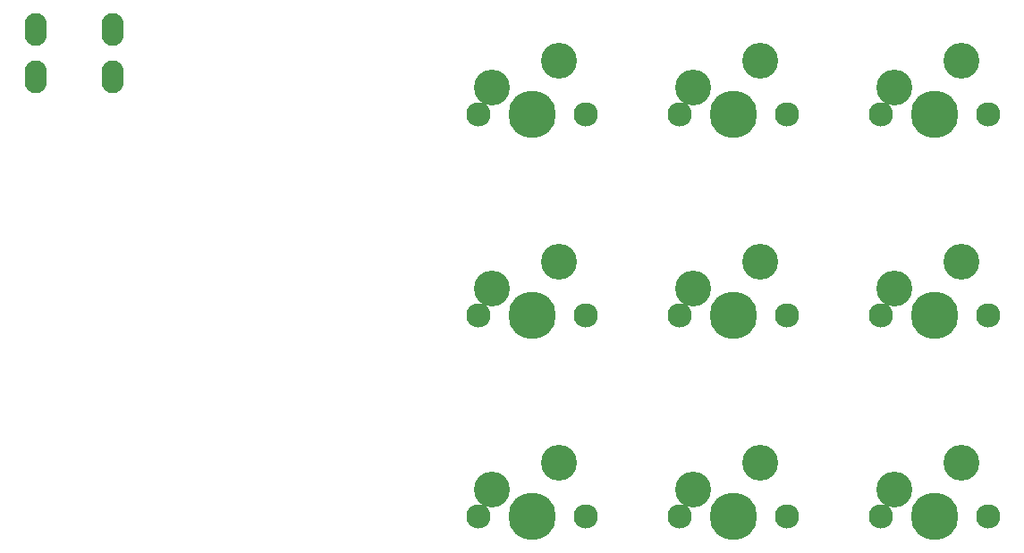
<source format=gbr>
%TF.GenerationSoftware,KiCad,Pcbnew,(5.1.9)-1*%
%TF.CreationDate,2021-06-16T12:24:14-05:00*%
%TF.ProjectId,practice-pcb-ai03-tutorial,70726163-7469-4636-952d-7063622d6169,rev?*%
%TF.SameCoordinates,Original*%
%TF.FileFunction,Soldermask,Top*%
%TF.FilePolarity,Negative*%
%FSLAX46Y46*%
G04 Gerber Fmt 4.6, Leading zero omitted, Abs format (unit mm)*
G04 Created by KiCad (PCBNEW (5.1.9)-1) date 2021-06-16 12:24:14*
%MOMM*%
%LPD*%
G01*
G04 APERTURE LIST*
%ADD10C,3.400000*%
%ADD11C,2.300000*%
%ADD12C,4.500000*%
%ADD13O,2.100000X3.100000*%
G04 APERTURE END LIST*
D10*
%TO.C,SW1*%
X2540000Y5080000D03*
X-3810000Y2540000D03*
D11*
X-5080000Y0D03*
X5080000Y0D03*
D12*
X0Y0D03*
%TD*%
%TO.C,SW2*%
X19050000Y0D03*
D11*
X24130000Y0D03*
X13970000Y0D03*
D10*
X15240000Y2540000D03*
X21590000Y5080000D03*
%TD*%
D12*
%TO.C,SW3*%
X38100000Y0D03*
D11*
X43180000Y0D03*
X33020000Y0D03*
D10*
X34290000Y2540000D03*
X40640000Y5080000D03*
%TD*%
D12*
%TO.C,SW4*%
X0Y-19050000D03*
D11*
X5080000Y-19050000D03*
X-5080000Y-19050000D03*
D10*
X-3810000Y-16510000D03*
X2540000Y-13970000D03*
%TD*%
D12*
%TO.C,SW5*%
X19050000Y-19050000D03*
D11*
X24130000Y-19050000D03*
X13970000Y-19050000D03*
D10*
X15240000Y-16510000D03*
X21590000Y-13970000D03*
%TD*%
D12*
%TO.C,SW6*%
X38100000Y-19050000D03*
D11*
X43180000Y-19050000D03*
X33020000Y-19050000D03*
D10*
X34290000Y-16510000D03*
X40640000Y-13970000D03*
%TD*%
D12*
%TO.C,SW7*%
X0Y-38100000D03*
D11*
X5080000Y-38100000D03*
X-5080000Y-38100000D03*
D10*
X-3810000Y-35560000D03*
X2540000Y-33020000D03*
%TD*%
D12*
%TO.C,SW8*%
X19050000Y-38100000D03*
D11*
X24130000Y-38100000D03*
X13970000Y-38100000D03*
D10*
X15240000Y-35560000D03*
X21590000Y-33020000D03*
%TD*%
D12*
%TO.C,SW9*%
X38100000Y-38100000D03*
D11*
X43180000Y-38100000D03*
X33020000Y-38100000D03*
D10*
X34290000Y-35560000D03*
X40640000Y-33020000D03*
%TD*%
D13*
%TO.C,USB1*%
X-46987500Y8032750D03*
X-39687500Y8032750D03*
X-39687500Y3532750D03*
X-46987500Y3532750D03*
%TD*%
M02*

</source>
